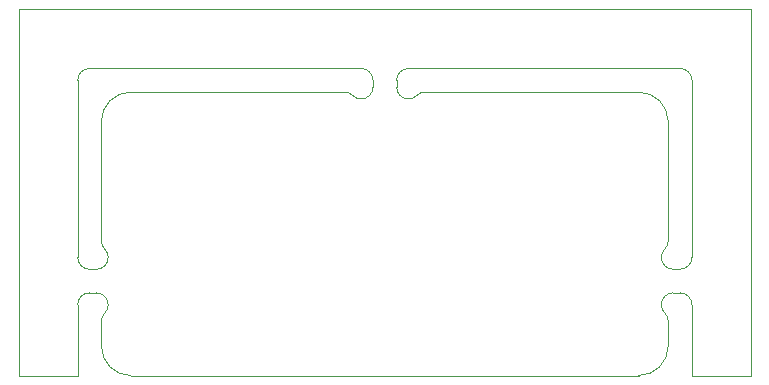
<source format=gm1>
G04 #@! TF.GenerationSoftware,KiCad,Pcbnew,(6.0.4-0)*
G04 #@! TF.CreationDate,2022-04-22T14:06:05+09:00*
G04 #@! TF.ProjectId,mcupcb,6d637570-6362-42e6-9b69-6361645f7063,rev?*
G04 #@! TF.SameCoordinates,Original*
G04 #@! TF.FileFunction,Profile,NP*
%FSLAX46Y46*%
G04 Gerber Fmt 4.6, Leading zero omitted, Abs format (unit mm)*
G04 Created by KiCad (PCBNEW (6.0.4-0)) date 2022-04-22 14:06:05*
%MOMM*%
%LPD*%
G01*
G04 APERTURE LIST*
G04 #@! TA.AperFunction,Profile*
%ADD10C,0.050000*%
G04 #@! TD*
G04 APERTURE END LIST*
D10*
X183500000Y-145750000D02*
X206500000Y-145750001D01*
X205000000Y-147750000D02*
X187000000Y-147750000D01*
X182500000Y-161750001D02*
G75*
G03*
X183500000Y-162750000I1000000J1D01*
G01*
X177500000Y-171750000D02*
X182500000Y-171750000D01*
X207500000Y-147250001D02*
X207499999Y-146750001D01*
X232500000Y-160250000D02*
X232500000Y-150250000D01*
X230000000Y-171750000D02*
G75*
G03*
X232500000Y-169250000I0J2500000D01*
G01*
X184000000Y-164750000D02*
X183500000Y-164750000D01*
X184000000Y-162750000D02*
X183500000Y-162750000D01*
X232500000Y-169250000D02*
X232500000Y-167250000D01*
X184500000Y-169250000D02*
G75*
G03*
X187000000Y-171750000I2500000J0D01*
G01*
X230000000Y-171750000D02*
X187000000Y-171750000D01*
X239500000Y-140750000D02*
X239500000Y-147750000D01*
X233000000Y-162750000D02*
X233500000Y-162750000D01*
X233500000Y-162750000D02*
G75*
G03*
X234500000Y-161750000I0J1000000D01*
G01*
X234500000Y-165750000D02*
X234500000Y-171750000D01*
X210500000Y-145750000D02*
G75*
G03*
X209500000Y-146750001I0J-1000000D01*
G01*
X234500000Y-146750000D02*
G75*
G03*
X233500000Y-145750000I-1000000J0D01*
G01*
X177500001Y-147750000D02*
X177500001Y-140750000D01*
X182500000Y-161750001D02*
X182500000Y-147750001D01*
X183500000Y-145750000D02*
G75*
G03*
X182500000Y-146750000I0J-1000000D01*
G01*
X234500000Y-146750000D02*
X234500000Y-161750000D01*
X210500000Y-145750001D02*
X233500000Y-145750000D01*
X239500000Y-171750000D02*
X239500000Y-147750000D01*
X233000000Y-164750000D02*
X233500000Y-164750000D01*
X183500000Y-164750000D02*
G75*
G03*
X182500000Y-165750000I0J-1000000D01*
G01*
X187000000Y-147750000D02*
G75*
G03*
X184500000Y-150250000I0J-2500000D01*
G01*
X207499999Y-146750001D02*
G75*
G03*
X206500000Y-145750001I-999999J1D01*
G01*
X182500000Y-147750001D02*
X182500000Y-146750000D01*
X234500000Y-171750000D02*
X239500000Y-171750000D01*
X212000000Y-147750000D02*
X230000000Y-147750000D01*
X209500000Y-147250000D02*
X209500000Y-146750001D01*
X177500001Y-140750000D02*
X239500000Y-140750000D01*
X184500000Y-150250000D02*
X184500000Y-160250000D01*
X232500000Y-150250000D02*
G75*
G03*
X230000000Y-147750000I-2500000J0D01*
G01*
X177500001Y-147750000D02*
X177500000Y-171750000D01*
X184500000Y-167250000D02*
X184500000Y-169250000D01*
X234500000Y-165750000D02*
G75*
G03*
X233500000Y-164750000I-1000000J0D01*
G01*
X182500000Y-171750000D02*
X182500000Y-165750000D01*
X211914214Y-147750000D02*
X212000000Y-147750000D01*
X207500000Y-147250000D02*
X207500000Y-147335786D01*
X209500000Y-147250000D02*
X209500000Y-147335786D01*
X205000000Y-147750000D02*
X205085786Y-147750000D01*
X211914214Y-147750005D02*
G75*
G03*
X211207107Y-148042893I26J-1000075D01*
G01*
X210500000Y-148335785D02*
G75*
G03*
X211207107Y-148042893I20J999955D01*
G01*
X205792893Y-148042893D02*
G75*
G03*
X205085786Y-147750000I-707104J-707101D01*
G01*
X206500000Y-148335786D02*
G75*
G03*
X207500000Y-147335786I1J999999D01*
G01*
X209499994Y-147335786D02*
G75*
G03*
X210500000Y-148335786I1000016J16D01*
G01*
X205792893Y-148042893D02*
G75*
G03*
X206500000Y-148335786I707104J707101D01*
G01*
X232500000Y-167164214D02*
X232500000Y-167250000D01*
X233000000Y-162750000D02*
X232914214Y-162750000D01*
X233000000Y-164750000D02*
X232914214Y-164750000D01*
X232500000Y-160250000D02*
X232500000Y-160335786D01*
X232914214Y-164749994D02*
G75*
G03*
X231914214Y-165750000I16J-1000016D01*
G01*
X232207107Y-161042893D02*
G75*
G03*
X232500000Y-160335786I-707101J707104D01*
G01*
X232499995Y-167164214D02*
G75*
G03*
X232207107Y-166457107I-1000075J-26D01*
G01*
X232207107Y-161042893D02*
G75*
G03*
X231914214Y-161750000I707101J-707104D01*
G01*
X231914214Y-161750000D02*
G75*
G03*
X232914214Y-162750000I999999J-1D01*
G01*
X231914215Y-165750000D02*
G75*
G03*
X232207107Y-166457107I999955J-20D01*
G01*
X184000000Y-162750000D02*
X184085786Y-162750000D01*
X184000000Y-164750000D02*
X184085786Y-164750000D01*
X184500000Y-167250000D02*
X184500000Y-167164214D01*
X184500000Y-160335786D02*
X184500000Y-160250000D01*
X185085786Y-165750000D02*
G75*
G03*
X184085786Y-164750000I-999999J1D01*
G01*
X184792893Y-166457107D02*
G75*
G03*
X185085786Y-165750000I-707101J707104D01*
G01*
X184500005Y-160335786D02*
G75*
G03*
X184792893Y-161042893I1000075J26D01*
G01*
X184085786Y-162750006D02*
G75*
G03*
X185085786Y-161750000I-16J1000016D01*
G01*
X185085785Y-161750000D02*
G75*
G03*
X184792893Y-161042893I-999955J20D01*
G01*
X184792893Y-166457107D02*
G75*
G03*
X184500000Y-167164214I707101J-707104D01*
G01*
M02*

</source>
